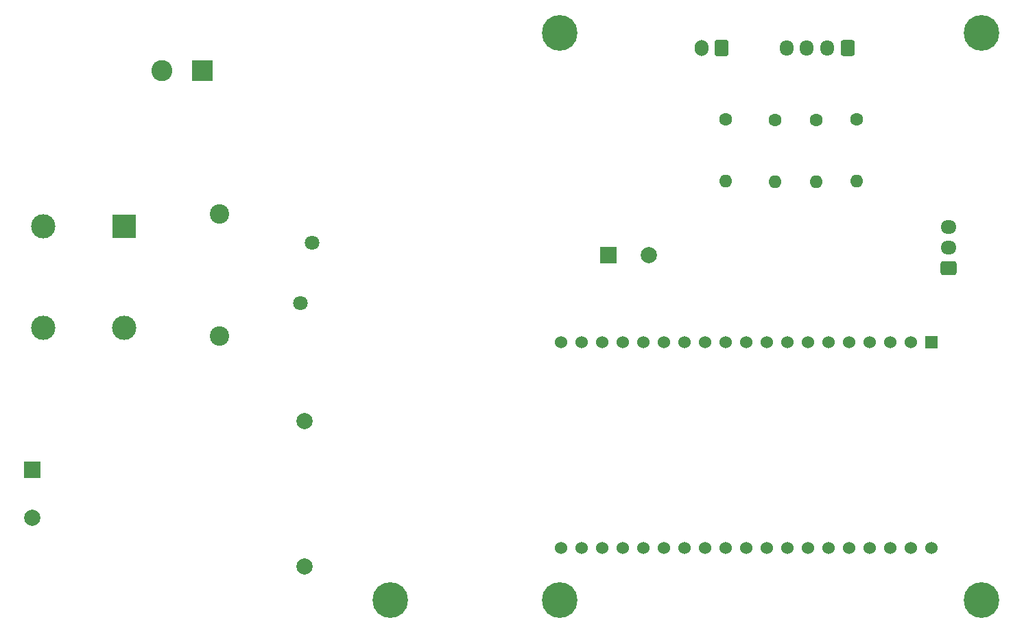
<source format=gbr>
%TF.GenerationSoftware,KiCad,Pcbnew,7.0.9*%
%TF.CreationDate,2024-01-01T09:34:51+07:00*%
%TF.ProjectId,Waterbox 2.1,57617465-7262-46f7-9820-322e312e6b69,rev?*%
%TF.SameCoordinates,Original*%
%TF.FileFunction,Copper,L2,Bot*%
%TF.FilePolarity,Positive*%
%FSLAX46Y46*%
G04 Gerber Fmt 4.6, Leading zero omitted, Abs format (unit mm)*
G04 Created by KiCad (PCBNEW 7.0.9) date 2024-01-01 09:34:51*
%MOMM*%
%LPD*%
G01*
G04 APERTURE LIST*
G04 Aperture macros list*
%AMRoundRect*
0 Rectangle with rounded corners*
0 $1 Rounding radius*
0 $2 $3 $4 $5 $6 $7 $8 $9 X,Y pos of 4 corners*
0 Add a 4 corners polygon primitive as box body*
4,1,4,$2,$3,$4,$5,$6,$7,$8,$9,$2,$3,0*
0 Add four circle primitives for the rounded corners*
1,1,$1+$1,$2,$3*
1,1,$1+$1,$4,$5*
1,1,$1+$1,$6,$7*
1,1,$1+$1,$8,$9*
0 Add four rect primitives between the rounded corners*
20,1,$1+$1,$2,$3,$4,$5,0*
20,1,$1+$1,$4,$5,$6,$7,0*
20,1,$1+$1,$6,$7,$8,$9,0*
20,1,$1+$1,$8,$9,$2,$3,0*%
G04 Aperture macros list end*
%TA.AperFunction,ComponentPad*%
%ADD10C,1.600000*%
%TD*%
%TA.AperFunction,ComponentPad*%
%ADD11O,1.600000X1.600000*%
%TD*%
%TA.AperFunction,ComponentPad*%
%ADD12RoundRect,0.250000X0.600000X0.725000X-0.600000X0.725000X-0.600000X-0.725000X0.600000X-0.725000X0*%
%TD*%
%TA.AperFunction,ComponentPad*%
%ADD13O,1.700000X1.950000*%
%TD*%
%TA.AperFunction,ComponentPad*%
%ADD14RoundRect,0.250000X0.725000X-0.600000X0.725000X0.600000X-0.725000X0.600000X-0.725000X-0.600000X0*%
%TD*%
%TA.AperFunction,ComponentPad*%
%ADD15O,1.950000X1.700000*%
%TD*%
%TA.AperFunction,ComponentPad*%
%ADD16C,0.700000*%
%TD*%
%TA.AperFunction,ComponentPad*%
%ADD17C,4.400000*%
%TD*%
%TA.AperFunction,ComponentPad*%
%ADD18R,2.000000X2.000000*%
%TD*%
%TA.AperFunction,ComponentPad*%
%ADD19C,2.000000*%
%TD*%
%TA.AperFunction,ComponentPad*%
%ADD20C,1.800000*%
%TD*%
%TA.AperFunction,ComponentPad*%
%ADD21R,1.530000X1.530000*%
%TD*%
%TA.AperFunction,ComponentPad*%
%ADD22C,1.530000*%
%TD*%
%TA.AperFunction,ComponentPad*%
%ADD23R,2.600000X2.600000*%
%TD*%
%TA.AperFunction,ComponentPad*%
%ADD24C,2.600000*%
%TD*%
%TA.AperFunction,ComponentPad*%
%ADD25R,3.000000X3.000000*%
%TD*%
%TA.AperFunction,ComponentPad*%
%ADD26C,3.000000*%
%TD*%
%TA.AperFunction,ComponentPad*%
%ADD27RoundRect,0.250000X0.600000X0.750000X-0.600000X0.750000X-0.600000X-0.750000X0.600000X-0.750000X0*%
%TD*%
%TA.AperFunction,ComponentPad*%
%ADD28O,1.700000X2.000000*%
%TD*%
%TA.AperFunction,ComponentPad*%
%ADD29C,2.400000*%
%TD*%
G04 APERTURE END LIST*
D10*
%TO.P,R4,1*%
%TO.N,Net-(D2-A)*%
X156500000Y-67790000D03*
D11*
%TO.P,R4,2*%
%TO.N,/LED_TEL*%
X156500000Y-75410000D03*
%TD*%
D12*
%TO.P,LED2,1,BA*%
%TO.N,Net-(D1-BA)*%
X171500000Y-59000000D03*
D13*
%TO.P,LED2,2,GA*%
%TO.N,Net-(D1-GA)*%
X169000000Y-59000000D03*
%TO.P,LED2,3,K*%
%TO.N,GND*%
X166500000Y-59000000D03*
%TO.P,LED2,4,RA*%
%TO.N,Net-(D1-RA)*%
X164000000Y-59000000D03*
%TD*%
D14*
%TO.P,SENSOR,1,Pin_1*%
%TO.N,/Sensor_Data*%
X184023000Y-86106000D03*
D15*
%TO.P,SENSOR,2,Pin_2*%
%TO.N,GND*%
X184023000Y-83606000D03*
%TO.P,SENSOR,3,Pin_3*%
%TO.N,+5V*%
X184023000Y-81106000D03*
%TD*%
D16*
%TO.P,H7,1,1*%
%TO.N,GND*%
X134337000Y-127127000D03*
X134820274Y-125960274D03*
X134820274Y-128293726D03*
X135987000Y-125477000D03*
D17*
X135987000Y-127127000D03*
D16*
X135987000Y-128777000D03*
X137153726Y-125960274D03*
X137153726Y-128293726D03*
X137637000Y-127127000D03*
%TD*%
D18*
%TO.P,PS1,1,AC/L*%
%TO.N,Net-(PS1-AC{slash}L)*%
X70900000Y-111000000D03*
D19*
%TO.P,PS1,2,AC/N*%
%TO.N,Net-(PS1-AC{slash}N)*%
X70900000Y-117000000D03*
%TO.P,PS1,3,-Vout*%
%TO.N,GND*%
X104500000Y-105000000D03*
%TO.P,PS1,4,+Vout*%
%TO.N,+5V*%
X104500000Y-123000000D03*
%TD*%
D20*
%TO.P,RV1,1*%
%TO.N,Net-(VAC_IN1-Pin_2)*%
X105400000Y-83000000D03*
%TO.P,RV1,2*%
%TO.N,Net-(VAC_IN1-Pin_1)*%
X104000000Y-90500000D03*
%TD*%
D16*
%TO.P,H5,1,1*%
%TO.N,GND*%
X134337000Y-57071000D03*
X134820274Y-55904274D03*
X134820274Y-58237726D03*
X135987000Y-55421000D03*
D17*
X135987000Y-57071000D03*
D16*
X135987000Y-58721000D03*
X137153726Y-55904274D03*
X137153726Y-58237726D03*
X137637000Y-57071000D03*
%TD*%
D21*
%TO.P,ESP32-DEVKITC-32U,1,3V3*%
%TO.N,unconnected-(ESP32-DEVKITC-32U1-3V3-Pad1)*%
X181850000Y-95300000D03*
D22*
%TO.P,ESP32-DEVKITC-32U,2,EN*%
%TO.N,unconnected-(ESP32-DEVKITC-32U1-EN-Pad2)*%
X179310000Y-95300000D03*
%TO.P,ESP32-DEVKITC-32U,3,SENSOR_VP*%
%TO.N,unconnected-(ESP32-DEVKITC-32U1-SENSOR_VP-Pad3)*%
X176770000Y-95300000D03*
%TO.P,ESP32-DEVKITC-32U,4,SENSOR_VN*%
%TO.N,unconnected-(ESP32-DEVKITC-32U1-SENSOR_VN-Pad4)*%
X174230000Y-95300000D03*
%TO.P,ESP32-DEVKITC-32U,5,IO34*%
%TO.N,unconnected-(ESP32-DEVKITC-32U1-IO34-Pad5)*%
X171690000Y-95300000D03*
%TO.P,ESP32-DEVKITC-32U,6,IO35*%
%TO.N,unconnected-(ESP32-DEVKITC-32U1-IO35-Pad6)*%
X169150000Y-95300000D03*
%TO.P,ESP32-DEVKITC-32U,7,IO32*%
%TO.N,unconnected-(ESP32-DEVKITC-32U1-IO32-Pad7)*%
X166610000Y-95300000D03*
%TO.P,ESP32-DEVKITC-32U,8,IO33*%
%TO.N,unconnected-(ESP32-DEVKITC-32U1-IO33-Pad8)*%
X164070000Y-95300000D03*
%TO.P,ESP32-DEVKITC-32U,9,IO25*%
%TO.N,/RGBLED_B*%
X161530000Y-95300000D03*
%TO.P,ESP32-DEVKITC-32U,10,IO26*%
%TO.N,/RGBLED_G*%
X158990000Y-95300000D03*
%TO.P,ESP32-DEVKITC-32U,11,IO27*%
%TO.N,/RGBLED_R*%
X156450000Y-95300000D03*
%TO.P,ESP32-DEVKITC-32U,12,IO14*%
%TO.N,unconnected-(ESP32-DEVKITC-32U1-IO14-Pad12)*%
X153910000Y-95300000D03*
%TO.P,ESP32-DEVKITC-32U,13,IO12*%
%TO.N,unconnected-(ESP32-DEVKITC-32U1-IO12-Pad13)*%
X151370000Y-95300000D03*
%TO.P,ESP32-DEVKITC-32U,14,GND1*%
%TO.N,GND*%
X148830000Y-95300000D03*
%TO.P,ESP32-DEVKITC-32U,15,IO13*%
%TO.N,/LED_TEL*%
X146290000Y-95300000D03*
%TO.P,ESP32-DEVKITC-32U,16,SD2*%
%TO.N,unconnected-(ESP32-DEVKITC-32U1-SD2-Pad16)*%
X143750000Y-95300000D03*
%TO.P,ESP32-DEVKITC-32U,17,SD3*%
%TO.N,unconnected-(ESP32-DEVKITC-32U1-SD3-Pad17)*%
X141210000Y-95300000D03*
%TO.P,ESP32-DEVKITC-32U,18,CMD*%
%TO.N,unconnected-(ESP32-DEVKITC-32U1-CMD-Pad18)*%
X138670000Y-95300000D03*
%TO.P,ESP32-DEVKITC-32U,19,EXT_5V*%
%TO.N,+5V*%
X136130000Y-95300000D03*
%TO.P,ESP32-DEVKITC-32U,20,CLK*%
%TO.N,unconnected-(ESP32-DEVKITC-32U1-CLK-Pad20)*%
X136130000Y-120700000D03*
%TO.P,ESP32-DEVKITC-32U,21,SD0*%
%TO.N,unconnected-(ESP32-DEVKITC-32U1-SD0-Pad21)*%
X138670000Y-120700000D03*
%TO.P,ESP32-DEVKITC-32U,22,SD1*%
%TO.N,unconnected-(ESP32-DEVKITC-32U1-SD1-Pad22)*%
X141210000Y-120700000D03*
%TO.P,ESP32-DEVKITC-32U,23,IO15*%
%TO.N,unconnected-(ESP32-DEVKITC-32U1-IO15-Pad23)*%
X143750000Y-120700000D03*
%TO.P,ESP32-DEVKITC-32U,24,IO2*%
%TO.N,unconnected-(ESP32-DEVKITC-32U1-IO2-Pad24)*%
X146290000Y-120700000D03*
%TO.P,ESP32-DEVKITC-32U,25,IO0*%
%TO.N,unconnected-(ESP32-DEVKITC-32U1-IO0-Pad25)*%
X148830000Y-120700000D03*
%TO.P,ESP32-DEVKITC-32U,26,IO4*%
%TO.N,/Sensor_Data*%
X151370000Y-120700000D03*
%TO.P,ESP32-DEVKITC-32U,27,IO16*%
%TO.N,unconnected-(ESP32-DEVKITC-32U1-IO16-Pad27)*%
X153910000Y-120700000D03*
%TO.P,ESP32-DEVKITC-32U,28,IO17*%
%TO.N,unconnected-(ESP32-DEVKITC-32U1-IO17-Pad28)*%
X156450000Y-120700000D03*
%TO.P,ESP32-DEVKITC-32U,29,IO5*%
%TO.N,unconnected-(ESP32-DEVKITC-32U1-IO5-Pad29)*%
X158990000Y-120700000D03*
%TO.P,ESP32-DEVKITC-32U,30,IO18*%
%TO.N,unconnected-(ESP32-DEVKITC-32U1-IO18-Pad30)*%
X161530000Y-120700000D03*
%TO.P,ESP32-DEVKITC-32U,31,IO19*%
%TO.N,unconnected-(ESP32-DEVKITC-32U1-IO19-Pad31)*%
X164070000Y-120700000D03*
%TO.P,ESP32-DEVKITC-32U,32,GND2*%
%TO.N,GND*%
X166610000Y-120700000D03*
%TO.P,ESP32-DEVKITC-32U,33,IO21*%
%TO.N,unconnected-(ESP32-DEVKITC-32U1-IO21-Pad33)*%
X169150000Y-120700000D03*
%TO.P,ESP32-DEVKITC-32U,34,RXD0*%
%TO.N,unconnected-(ESP32-DEVKITC-32U1-RXD0-Pad34)*%
X171690000Y-120700000D03*
%TO.P,ESP32-DEVKITC-32U,35,TXD0*%
%TO.N,unconnected-(ESP32-DEVKITC-32U1-TXD0-Pad35)*%
X174230000Y-120700000D03*
%TO.P,ESP32-DEVKITC-32U,36,IO22*%
%TO.N,unconnected-(ESP32-DEVKITC-32U1-IO22-Pad36)*%
X176770000Y-120700000D03*
%TO.P,ESP32-DEVKITC-32U,37,IO23*%
%TO.N,unconnected-(ESP32-DEVKITC-32U1-IO23-Pad37)*%
X179310000Y-120700000D03*
%TO.P,ESP32-DEVKITC-32U,38,GND3*%
%TO.N,GND*%
X181850000Y-120700000D03*
%TD*%
D23*
%TO.P,VAC_IN,1,Pin_1*%
%TO.N,Net-(VAC_IN1-Pin_1)*%
X91857500Y-61750000D03*
D24*
%TO.P,VAC_IN,2,Pin_2*%
%TO.N,Net-(VAC_IN1-Pin_2)*%
X86857500Y-61750000D03*
%TD*%
D16*
%TO.P,H4,1,1*%
%TO.N,GND*%
X113444000Y-127127000D03*
X113927274Y-125960274D03*
X113927274Y-128293726D03*
X115094000Y-125477000D03*
D17*
X115094000Y-127127000D03*
D16*
X115094000Y-128777000D03*
X116260726Y-125960274D03*
X116260726Y-128293726D03*
X116744000Y-127127000D03*
%TD*%
%TO.P,H6,1,1*%
%TO.N,GND*%
X186437000Y-57071000D03*
X186920274Y-55904274D03*
X186920274Y-58237726D03*
X188087000Y-55421000D03*
D17*
X188087000Y-57071000D03*
D16*
X188087000Y-58721000D03*
X189253726Y-55904274D03*
X189253726Y-58237726D03*
X189737000Y-57071000D03*
%TD*%
D18*
%TO.P,C2,1*%
%TO.N,+5V*%
X142000000Y-84500000D03*
D19*
%TO.P,C2,2*%
%TO.N,GND*%
X147000000Y-84500000D03*
%TD*%
D25*
%TO.P,FL1,1,1*%
%TO.N,Net-(VAC_IN1-Pin_2)*%
X82250000Y-80950000D03*
D26*
%TO.P,FL1,2,2*%
%TO.N,Net-(PS1-AC{slash}L)*%
X72250000Y-80950000D03*
%TO.P,FL1,3,3*%
%TO.N,Net-(PS1-AC{slash}N)*%
X72250000Y-93550000D03*
%TO.P,FL1,4,4*%
%TO.N,Net-(VAC_IN1-Pin_1)*%
X82250000Y-93550000D03*
%TD*%
D10*
%TO.P,R2,1*%
%TO.N,Net-(D1-GA)*%
X167640000Y-67818000D03*
D11*
%TO.P,R2,2*%
%TO.N,/RGBLED_G*%
X167640000Y-75438000D03*
%TD*%
D27*
%TO.P,LED1,1,K*%
%TO.N,GND*%
X156000000Y-59000000D03*
D28*
%TO.P,LED1,2,A*%
%TO.N,Net-(D2-A)*%
X153500000Y-59000000D03*
%TD*%
D29*
%TO.P,C1,1*%
%TO.N,Net-(VAC_IN1-Pin_2)*%
X94000000Y-79500000D03*
%TO.P,C1,2*%
%TO.N,Net-(VAC_IN1-Pin_1)*%
X94000000Y-94500000D03*
%TD*%
D10*
%TO.P,R3,1*%
%TO.N,Net-(D1-RA)*%
X162560000Y-67818000D03*
D11*
%TO.P,R3,2*%
%TO.N,/RGBLED_R*%
X162560000Y-75438000D03*
%TD*%
D16*
%TO.P,H8,1,1*%
%TO.N,GND*%
X186437000Y-127127000D03*
X186920274Y-125960274D03*
X186920274Y-128293726D03*
X188087000Y-125477000D03*
D17*
X188087000Y-127127000D03*
D16*
X188087000Y-128777000D03*
X189253726Y-125960274D03*
X189253726Y-128293726D03*
X189737000Y-127127000D03*
%TD*%
D10*
%TO.P,R1,1*%
%TO.N,Net-(D1-BA)*%
X172600000Y-67790000D03*
D11*
%TO.P,R1,2*%
%TO.N,/RGBLED_B*%
X172600000Y-75410000D03*
%TD*%
M02*

</source>
